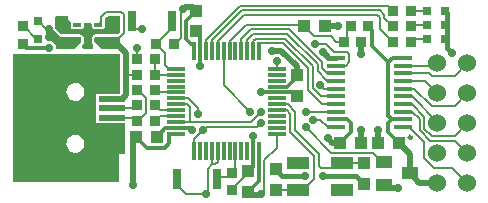
<source format=gbr>
%TF.GenerationSoftware,KiCad,Pcbnew,(6.0.7)*%
%TF.CreationDate,2022-09-08T11:38:00+02:00*%
%TF.ProjectId,blackmagic_richardeoin,626c6163-6b6d-4616-9769-635f72696368,rev?*%
%TF.SameCoordinates,Original*%
%TF.FileFunction,Copper,L1,Top*%
%TF.FilePolarity,Positive*%
%FSLAX46Y46*%
G04 Gerber Fmt 4.6, Leading zero omitted, Abs format (unit mm)*
G04 Created by KiCad (PCBNEW (6.0.7)) date 2022-09-08 11:38:00*
%MOMM*%
%LPD*%
G01*
G04 APERTURE LIST*
%TA.AperFunction,NonConductor*%
%ADD10C,0.300000*%
%TD*%
%TA.AperFunction,SMDPad,CuDef*%
%ADD11R,1.500000X0.300000*%
%TD*%
%TA.AperFunction,SMDPad,CuDef*%
%ADD12R,0.300000X1.500000*%
%TD*%
%TA.AperFunction,SMDPad,CuDef*%
%ADD13R,1.400000X1.000000*%
%TD*%
%TA.AperFunction,SMDPad,CuDef*%
%ADD14R,0.900000X0.900000*%
%TD*%
%TA.AperFunction,SMDPad,CuDef*%
%ADD15R,2.308000X0.500000*%
%TD*%
%TA.AperFunction,SMDPad,CuDef*%
%ADD16R,2.400000X2.000000*%
%TD*%
%TA.AperFunction,SMDPad,CuDef*%
%ADD17R,0.800000X1.700000*%
%TD*%
%TA.AperFunction,SMDPad,CuDef*%
%ADD18R,1.600000X0.350000*%
%TD*%
%TA.AperFunction,SMDPad,CuDef*%
%ADD19R,1.050000X1.080000*%
%TD*%
%TA.AperFunction,SMDPad,CuDef*%
%ADD20R,1.900000X1.100000*%
%TD*%
%TA.AperFunction,SMDPad,CuDef*%
%ADD21R,1.080000X1.050000*%
%TD*%
%TA.AperFunction,SMDPad,CuDef*%
%ADD22R,0.800000X0.800000*%
%TD*%
%TA.AperFunction,SMDPad,CuDef*%
%ADD23R,0.700000X0.350000*%
%TD*%
%TA.AperFunction,ComponentPad*%
%ADD24C,1.524000*%
%TD*%
%TA.AperFunction,ViaPad*%
%ADD25C,0.700000*%
%TD*%
%TA.AperFunction,Conductor*%
%ADD26C,0.200000*%
%TD*%
%TA.AperFunction,Conductor*%
%ADD27C,0.250000*%
%TD*%
%TA.AperFunction,Conductor*%
%ADD28C,0.400000*%
%TD*%
%TA.AperFunction,Conductor*%
%ADD29C,0.300000*%
%TD*%
%TA.AperFunction,Conductor*%
%ADD30C,0.500000*%
%TD*%
%TA.AperFunction,Conductor*%
%ADD31C,0.350000*%
%TD*%
G04 APERTURE END LIST*
D10*
X161951100Y-108053600D02*
G75*
G03*
X161951100Y-108053600I-100000J0D01*
G01*
D11*
%TO.P,IC1,1*%
%TO.N,3.3V*%
X150551100Y-107753600D03*
%TO.P,IC1,2*%
%TO.N,N/C*%
X150551100Y-107253600D03*
%TO.P,IC1,3*%
X150551100Y-106753600D03*
%TO.P,IC1,4*%
X150551100Y-106253600D03*
%TO.P,IC1,5*%
%TO.N,OSC_IN*%
X150551100Y-105753600D03*
%TO.P,IC1,6*%
%TO.N,LPC_XTAL2*%
X150551100Y-105253600D03*
%TO.P,IC1,7*%
%TO.N,N/C*%
X150551100Y-104753600D03*
%TO.P,IC1,8*%
%TO.N,GND*%
X150551100Y-104253600D03*
%TO.P,IC1,9*%
%TO.N,3.3V*%
X150551100Y-103753600D03*
%TO.P,IC1,10*%
%TO.N,N/C*%
X150551100Y-103253600D03*
%TO.P,IC1,11*%
X150551100Y-102753600D03*
%TO.P,IC1,12*%
%TO.N,RST*%
X150551100Y-102253600D03*
D12*
%TO.P,IC1,13*%
%TO.N,TDI*%
X149051100Y-100753600D03*
%TO.P,IC1,14*%
%TO.N,TMS*%
X148551100Y-100753600D03*
%TO.P,IC1,15*%
%TO.N,TCK*%
X148051100Y-100753600D03*
%TO.P,IC1,16*%
%TO.N,TDO*%
X147551100Y-100753600D03*
%TO.P,IC1,17*%
%TO.N,N/C*%
X147051100Y-100753600D03*
%TO.P,IC1,18*%
%TO.N,TARGET_POWER_ADC*%
X146551100Y-100753600D03*
%TO.P,IC1,19*%
%TO.N,PWR_BR*%
X146051100Y-100753600D03*
%TO.P,IC1,20*%
%TO.N,LED0*%
X145551100Y-100753600D03*
%TO.P,IC1,21*%
%TO.N,LED1*%
X145051100Y-100753600D03*
%TO.P,IC1,22*%
%TO.N,LED2*%
X144551100Y-100753600D03*
%TO.P,IC1,23*%
%TO.N,GND*%
X144051100Y-100753600D03*
%TO.P,IC1,24*%
%TO.N,3.3V*%
X143551100Y-100753600D03*
D11*
%TO.P,IC1,25*%
%TO.N,FORCE_BOOTLOADER*%
X142051100Y-102253600D03*
%TO.P,IC1,26*%
%TO.N,VBUS*%
X142051100Y-102753600D03*
%TO.P,IC1,27*%
%TO.N,N/C*%
X142051100Y-103253600D03*
%TO.P,IC1,28*%
X142051100Y-103753600D03*
%TO.P,IC1,29*%
%TO.N,USB_ENUMERATE*%
X142051100Y-104253600D03*
%TO.P,IC1,30*%
%TO.N,TXD*%
X142051100Y-104753600D03*
%TO.P,IC1,31*%
%TO.N,RXD*%
X142051100Y-105253600D03*
%TO.P,IC1,32*%
%TO.N,USB_DM*%
X142051100Y-105753600D03*
%TO.P,IC1,33*%
%TO.N,USB_DP*%
X142051100Y-106253600D03*
%TO.P,IC1,34*%
%TO.N,RXD*%
X142051100Y-106753600D03*
%TO.P,IC1,35*%
%TO.N,GND*%
X142051100Y-107253600D03*
%TO.P,IC1,36*%
%TO.N,3.3V*%
X142051100Y-107753600D03*
D12*
%TO.P,IC1,37*%
%TO.N,TXD*%
X143551100Y-109253600D03*
%TO.P,IC1,38*%
%TO.N,N/C*%
X144051100Y-109253600D03*
%TO.P,IC1,39*%
X144551100Y-109253600D03*
%TO.P,IC1,40*%
%TO.N,3.3V*%
X145051100Y-109253600D03*
%TO.P,IC1,41*%
X145551100Y-109253600D03*
%TO.P,IC1,42*%
%TO.N,N/C*%
X146051100Y-109253600D03*
%TO.P,IC1,43*%
X146551100Y-109253600D03*
%TO.P,IC1,44*%
%TO.N,BOOT0*%
X147051100Y-109253600D03*
%TO.P,IC1,45*%
%TO.N,N/C*%
X147551100Y-109253600D03*
%TO.P,IC1,46*%
X148051100Y-109253600D03*
%TO.P,IC1,47*%
%TO.N,GND*%
X148551100Y-109253600D03*
%TO.P,IC1,48*%
%TO.N,3.3V*%
X149051100Y-109253600D03*
%TD*%
D13*
%TO.P,Q1,1*%
%TO.N,PWR_BR*%
X159601100Y-110153600D03*
%TO.P,Q1,2*%
%TO.N,3.3V*%
X159601100Y-112053600D03*
%TO.P,Q1,3*%
%TO.N,T_PWR*%
X161801100Y-111103600D03*
%TD*%
D14*
%TO.P,R4,1*%
%TO.N,GND*%
X138751100Y-101453600D03*
%TO.P,R4,2*%
%TO.N,VBUS*%
X140251100Y-101453600D03*
%TD*%
D15*
%TO.P,CN1,D+*%
%TO.N,D+*%
X136565100Y-106403600D03*
%TO.P,CN1,D-*%
%TO.N,D-*%
X136565100Y-105603600D03*
%TO.P,CN1,GND*%
%TO.N,GND*%
X136565100Y-108003600D03*
D16*
%TO.P,CN1,GND1*%
X130501100Y-102003600D03*
%TO.P,CN1,GND2*%
X136001100Y-102003600D03*
%TO.P,CN1,GND3*%
X136001100Y-110803600D03*
%TO.P,CN1,GND4*%
X130501100Y-110803600D03*
D15*
%TO.P,CN1,ID*%
X136565100Y-107203600D03*
%TO.P,CN1,VBUS*%
%TO.N,5.0V*%
X136565100Y-104803600D03*
%TD*%
D14*
%TO.P,R1,1*%
%TO.N,USB_DP*%
X140251100Y-106653600D03*
%TO.P,R1,2*%
%TO.N,D+*%
X138751100Y-106653600D03*
%TD*%
%TO.P,R2,1*%
%TO.N,USB_DM*%
X140251100Y-105353600D03*
%TO.P,R2,2*%
%TO.N,D-*%
X138751100Y-105353600D03*
%TD*%
%TO.P,R5,1*%
%TO.N,VBUS*%
X140251100Y-102753600D03*
%TO.P,R5,2*%
%TO.N,5.0V*%
X138751100Y-102753600D03*
%TD*%
%TO.P,R3,1*%
%TO.N,USB_ENUMERATE*%
X140251100Y-104053600D03*
%TO.P,R3,2*%
%TO.N,D+*%
X138751100Y-104053600D03*
%TD*%
D17*
%TO.P,BTN1,1*%
%TO.N,FORCE_BOOTLOADER*%
X141701100Y-98203600D03*
%TO.P,BTN1,2*%
%TO.N,GND*%
X138301100Y-98203600D03*
%TD*%
D14*
%TO.P,R6,1*%
%TO.N,FORCE_BOOTLOADER*%
X140351100Y-100153600D03*
%TO.P,R6,2*%
%TO.N,3.3V*%
X141851100Y-100153600D03*
%TD*%
D18*
%TO.P,IC2,1*%
%TO.N,T_TXD*%
X161201100Y-107178600D03*
%TO.P,IC2,2*%
%TO.N,T_PWR*%
X161201100Y-106528600D03*
%TO.P,IC2,3*%
%TO.N,T_RXD*%
X161201100Y-105878600D03*
%TO.P,IC2,4*%
%TO.N,TARGET_TDI*%
X161201100Y-105228600D03*
%TO.P,IC2,5*%
%TO.N,TARGET_TMS*%
X161201100Y-104578600D03*
%TO.P,IC2,6*%
%TO.N,TARGET_TRST*%
X161201100Y-103928600D03*
%TO.P,IC2,7*%
%TO.N,TARGET_TCK*%
X161201100Y-103278600D03*
%TO.P,IC2,8*%
%TO.N,TARGET_TDO*%
X161201100Y-102628600D03*
%TO.P,IC2,9*%
%TO.N,TARGET_RST*%
X161201100Y-101978600D03*
%TO.P,IC2,10*%
%TO.N,T_PWR*%
X161201100Y-101328600D03*
%TO.P,IC2,11*%
%TO.N,GND*%
X155601100Y-101328600D03*
%TO.P,IC2,12*%
%TO.N,RST*%
X155601100Y-101978600D03*
%TO.P,IC2,13*%
%TO.N,TDO*%
X155601100Y-102628600D03*
%TO.P,IC2,14*%
%TO.N,TCK*%
X155601100Y-103278600D03*
%TO.P,IC2,15*%
%TO.N,TRST*%
X155601100Y-103928600D03*
%TO.P,IC2,16*%
%TO.N,TMS*%
X155601100Y-104578600D03*
%TO.P,IC2,17*%
%TO.N,TDI*%
X155601100Y-105228600D03*
%TO.P,IC2,18*%
%TO.N,RXD*%
X155601100Y-105878600D03*
%TO.P,IC2,19*%
%TO.N,3.3V*%
X155601100Y-106528600D03*
%TO.P,IC2,20*%
%TO.N,TXD*%
X155601100Y-107178600D03*
%TD*%
D14*
%TO.P,R7,1*%
%TO.N,GND*%
X157701100Y-100003600D03*
%TO.P,R7,2*%
%TO.N,TARGET_POWER_ADC*%
X156201100Y-100003600D03*
%TD*%
%TO.P,R8,1*%
%TO.N,TARGET_POWER_ADC*%
X156801100Y-98653600D03*
%TO.P,R8,2*%
%TO.N,T_PWR*%
X158301100Y-98653600D03*
%TD*%
D19*
%TO.P,C9,1*%
%TO.N,TARGET_POWER_ADC*%
X152876100Y-98653600D03*
%TO.P,C9,2*%
%TO.N,GND*%
X154626100Y-98653600D03*
%TD*%
D20*
%TO.P,Y1,1*%
%TO.N,LPC_XTAL2*%
X156051100Y-110203600D03*
%TO.P,Y1,2*%
%TO.N,N/C*%
X152351100Y-110203600D03*
%TO.P,Y1,3*%
%TO.N,OSC_IN*%
X152351100Y-112503600D03*
%TO.P,Y1,4*%
%TO.N,N/C*%
X156051100Y-112503600D03*
%TD*%
D21*
%TO.P,C7,1*%
%TO.N,GND*%
X150451100Y-110728600D03*
%TO.P,C7,2*%
%TO.N,OSC_IN*%
X150451100Y-112478600D03*
%TD*%
%TO.P,C8,1*%
%TO.N,GND*%
X157951100Y-111978600D03*
%TO.P,C8,2*%
%TO.N,LPC_XTAL2*%
X157951100Y-110228600D03*
%TD*%
D22*
%TO.P,D2,A*%
%TO.N,N$2*%
X163301100Y-97353600D03*
%TO.P,D2,C*%
%TO.N,GND*%
X164801100Y-97353600D03*
%TD*%
D14*
%TO.P,R11,1*%
%TO.N,LED2*%
X160401100Y-97353600D03*
%TO.P,R11,2*%
%TO.N,N$2*%
X161901100Y-97353600D03*
%TD*%
D22*
%TO.P,D1,A*%
%TO.N,3.3V*%
X130301100Y-98203600D03*
%TO.P,D1,C*%
%TO.N,N$4*%
X130301100Y-99703600D03*
%TD*%
D14*
%TO.P,R10,1*%
%TO.N,N$4*%
X129051100Y-98653600D03*
%TO.P,R10,2*%
%TO.N,GND*%
X129051100Y-100153600D03*
%TD*%
D22*
%TO.P,D3,A*%
%TO.N,N$6*%
X163301100Y-98553600D03*
%TO.P,D3,C*%
%TO.N,GND*%
X164801100Y-98553600D03*
%TD*%
D14*
%TO.P,R12,1*%
%TO.N,LED1*%
X160401100Y-98653600D03*
%TO.P,R12,2*%
%TO.N,N$6*%
X161901100Y-98653600D03*
%TD*%
D22*
%TO.P,D4,A*%
%TO.N,N$8*%
X163301100Y-99753600D03*
%TO.P,D4,C*%
%TO.N,GND*%
X164801100Y-99753600D03*
%TD*%
D14*
%TO.P,R13,1*%
%TO.N,LED0*%
X160401100Y-99953600D03*
%TO.P,R13,2*%
%TO.N,N$8*%
X161901100Y-99953600D03*
%TD*%
D23*
%TO.P,IC3,1*%
%TO.N,5.0V*%
X135451100Y-99803600D03*
%TO.P,IC3,2*%
%TO.N,GND*%
X135451100Y-99153600D03*
%TO.P,IC3,3*%
%TO.N,5.0V*%
X135451100Y-98503600D03*
%TO.P,IC3,4*%
%TO.N,N/C*%
X133651100Y-98503600D03*
%TO.P,IC3,5*%
%TO.N,3.3V*%
X133651100Y-99803600D03*
%TD*%
D21*
%TO.P,C1,1*%
%TO.N,5.0V*%
X136751100Y-100078600D03*
%TO.P,C1,2*%
%TO.N,GND*%
X136751100Y-98328600D03*
%TD*%
%TO.P,C2,1*%
%TO.N,3.3V*%
X132351100Y-100078600D03*
%TO.P,C2,2*%
%TO.N,GND*%
X132351100Y-98328600D03*
%TD*%
%TO.P,C3,1*%
%TO.N,3.3V*%
X152251100Y-102778600D03*
%TO.P,C3,2*%
%TO.N,GND*%
X152251100Y-104528600D03*
%TD*%
%TO.P,C4,1*%
%TO.N,3.3V*%
X143751100Y-97328600D03*
%TO.P,C4,2*%
%TO.N,GND*%
X143751100Y-99078600D03*
%TD*%
D19*
%TO.P,C5,1*%
%TO.N,3.3V*%
X138626100Y-108053600D03*
%TO.P,C5,2*%
%TO.N,GND*%
X140376100Y-108053600D03*
%TD*%
D17*
%TO.P,BTN2,1*%
%TO.N,BOOT0*%
X145501100Y-111603600D03*
%TO.P,BTN2,2*%
%TO.N,3.3V*%
X142101100Y-111603600D03*
%TD*%
D14*
%TO.P,R9,1*%
%TO.N,GND*%
X146751100Y-112553600D03*
%TO.P,R9,2*%
%TO.N,BOOT0*%
X146751100Y-111053600D03*
%TD*%
D24*
%TO.P,JP1,1*%
%TO.N,TARGET_RST*%
X164131100Y-101773600D03*
%TO.P,JP1,2*%
%TO.N,TARGET_TDO*%
X166671100Y-101773600D03*
%TO.P,JP1,3*%
%TO.N,TARGET_TCK*%
X164131100Y-104313600D03*
%TO.P,JP1,4*%
%TO.N,TARGET_TRST*%
X166671100Y-104313600D03*
%TO.P,JP1,5*%
%TO.N,TARGET_TMS*%
X164131100Y-106853600D03*
%TO.P,JP1,6*%
%TO.N,TARGET_TDI*%
X166671100Y-106853600D03*
%TO.P,JP1,7*%
%TO.N,GND*%
X164131100Y-109393600D03*
%TO.P,JP1,8*%
%TO.N,T_RXD*%
X166671100Y-109393600D03*
%TO.P,JP1,9*%
%TO.N,T_PWR*%
X164131100Y-111933600D03*
%TO.P,JP1,10*%
%TO.N,T_TXD*%
X166671100Y-111933600D03*
%TD*%
D21*
%TO.P,C6,1*%
%TO.N,3.3V*%
X148151100Y-112678600D03*
%TO.P,C6,2*%
%TO.N,GND*%
X148151100Y-110928600D03*
%TD*%
D19*
%TO.P,C10,1*%
%TO.N,3.3V*%
X155926100Y-108503600D03*
%TO.P,C10,2*%
%TO.N,GND*%
X157676100Y-108503600D03*
%TD*%
%TO.P,C11,1*%
%TO.N,T_PWR*%
X160876100Y-108503600D03*
%TO.P,C11,2*%
%TO.N,GND*%
X159126100Y-108503600D03*
%TD*%
D25*
%TO.N,TRST*%
X154251100Y-103628600D03*
%TO.N,GND*%
X138751100Y-100453600D03*
X139151100Y-98853600D03*
X130800000Y-109200000D03*
X157701100Y-101003600D03*
X134550000Y-98750000D03*
X165401100Y-100903600D03*
X143351100Y-107403600D03*
X135850000Y-108900000D03*
X155701100Y-98653600D03*
X136900000Y-103900000D03*
X144051100Y-102053600D03*
X134550000Y-100150000D03*
X136550000Y-108900000D03*
X154451100Y-100803600D03*
X131251100Y-100453600D03*
X152951100Y-111303600D03*
X134550000Y-99450000D03*
X157701100Y-107403600D03*
X132300000Y-111200000D03*
X148551100Y-107953600D03*
X137250000Y-108900000D03*
X134200000Y-101400000D03*
X130800000Y-103600000D03*
X154451100Y-111303600D03*
X149251100Y-104253600D03*
X134200000Y-111200000D03*
X132300000Y-101400000D03*
X159101100Y-107403600D03*
%TO.N,RST*%
X150601100Y-101553600D03*
X153801100Y-100153600D03*
%TO.N,PWR_BR*%
X153001100Y-107203600D03*
X148301100Y-105903600D03*
%TO.N,RXD*%
X153001100Y-105903600D03*
X149251100Y-105903600D03*
%TO.N,TXD*%
X143851100Y-106103600D03*
X149251100Y-106803600D03*
X144301100Y-107403600D03*
X153626100Y-106553600D03*
%TO.N,3.3V*%
X142651100Y-97153600D03*
X131251100Y-99553600D03*
X144551100Y-112853600D03*
X131251100Y-98853600D03*
X154851100Y-108103600D03*
X160851100Y-112303600D03*
X150151100Y-100753600D03*
X149251100Y-112853600D03*
X138351100Y-112053600D03*
%TD*%
D26*
%TO.N,TRST*%
X154551100Y-103928600D02*
X154251100Y-103628600D01*
X155601100Y-103928600D02*
X154551100Y-103928600D01*
D27*
%TO.N,GND*%
X130501100Y-110803600D02*
X130501100Y-109498900D01*
D28*
X165001100Y-100503600D02*
X165401100Y-100903600D01*
X157951100Y-111978600D02*
X157276100Y-111303600D01*
D27*
X130501100Y-102003600D02*
X130501100Y-103301100D01*
X136550000Y-108900000D02*
X137250000Y-108900000D01*
X130501100Y-110803600D02*
X130897500Y-111200000D01*
D26*
X148151100Y-111053600D02*
X148151100Y-110928600D01*
D28*
X150451100Y-110728600D02*
X151026100Y-111303600D01*
D29*
X144051100Y-100753600D02*
X144051100Y-99378600D01*
D27*
X136565100Y-108884900D02*
X136550000Y-108900000D01*
X130897500Y-111200000D02*
X132300000Y-111200000D01*
D26*
X146751100Y-112553600D02*
X146751100Y-112453600D01*
D29*
X144051100Y-102053600D02*
X144051100Y-100753600D01*
D27*
X136900000Y-102902500D02*
X136900000Y-103900000D01*
D29*
X142051100Y-107253600D02*
X141126100Y-107253600D01*
D27*
X134550000Y-99450000D02*
X134550000Y-98750000D01*
D28*
X159126100Y-108503600D02*
X159101100Y-108478600D01*
X165001100Y-99753600D02*
X165001100Y-100503600D01*
X165001100Y-98553600D02*
X165001100Y-99753600D01*
D27*
X130501100Y-102003600D02*
X131104700Y-101400000D01*
D28*
X165001100Y-97553600D02*
X165001100Y-98553600D01*
D27*
X136001100Y-102003600D02*
X136900000Y-102902500D01*
D28*
X157676100Y-108503600D02*
X157701100Y-108478600D01*
D29*
X143201100Y-107253600D02*
X143351100Y-107403600D01*
D27*
X130501100Y-103301100D02*
X130800000Y-103600000D01*
D29*
X150551100Y-104253600D02*
X151976100Y-104253600D01*
X140376100Y-108053600D02*
X140376100Y-108003600D01*
D28*
X164801100Y-98553600D02*
X165001100Y-98553600D01*
D27*
X136565100Y-108003600D02*
X136565100Y-108884900D01*
D29*
X142051100Y-107253600D02*
X143201100Y-107253600D01*
X148551100Y-109253600D02*
X148551100Y-110528600D01*
D27*
X134846400Y-99153600D02*
X134550000Y-99450000D01*
X136550000Y-108900000D02*
X135850000Y-108900000D01*
D30*
X157701100Y-108478600D02*
X157701100Y-107403600D01*
D27*
X131104700Y-101400000D02*
X132300000Y-101400000D01*
D29*
X150551100Y-104253600D02*
X149251100Y-104253600D01*
X148551100Y-107953600D02*
X148551100Y-109253600D01*
D26*
X146751100Y-112453600D02*
X148151100Y-111053600D01*
D27*
X135397500Y-101400000D02*
X134200000Y-101400000D01*
D28*
X157276100Y-111303600D02*
X154451100Y-111303600D01*
D27*
X135604700Y-111200000D02*
X134200000Y-111200000D01*
D26*
X138751100Y-101453600D02*
X138751100Y-100453600D01*
X138301100Y-98853600D02*
X139151100Y-98853600D01*
D29*
X148551100Y-110528600D02*
X148151100Y-110928600D01*
D30*
X157701100Y-100003600D02*
X157701100Y-101003600D01*
D27*
X134550000Y-99450000D02*
X134550000Y-100150000D01*
D29*
X151976100Y-104253600D02*
X152251100Y-104528600D01*
X129351100Y-100453600D02*
X131251100Y-100453600D01*
D30*
X159101100Y-108478600D02*
X159101100Y-107403600D01*
D26*
X138301100Y-98203600D02*
X138301100Y-98853600D01*
D27*
X130501100Y-109498900D02*
X130800000Y-109200000D01*
D28*
X154926100Y-101328600D02*
X155601100Y-101328600D01*
D30*
X154626100Y-98653600D02*
X155701100Y-98653600D01*
D27*
X135451100Y-99153600D02*
X134846400Y-99153600D01*
D29*
X140376100Y-108003600D02*
X141126100Y-107253600D01*
D28*
X151026100Y-111303600D02*
X152951100Y-111303600D01*
D29*
X144051100Y-99378600D02*
X143751100Y-99078600D01*
D28*
X154926100Y-101278600D02*
X154926100Y-101328600D01*
X164801100Y-99753600D02*
X165001100Y-99753600D01*
D29*
X129051100Y-100153600D02*
X129351100Y-100453600D01*
D27*
X136001100Y-110803600D02*
X135604700Y-111200000D01*
D28*
X164801100Y-97353600D02*
X165001100Y-97553600D01*
D27*
X136001100Y-102003600D02*
X135397500Y-101400000D01*
D30*
X154926100Y-101278600D02*
X154451100Y-100803600D01*
D26*
%TO.N,OSC_IN*%
X153701100Y-109603600D02*
X153701100Y-111553600D01*
X152751100Y-112503600D02*
X152351100Y-112503600D01*
X150551100Y-105753600D02*
X151401100Y-105753600D01*
X151701100Y-106053600D02*
X151701100Y-107603600D01*
X150451100Y-112478600D02*
X150476100Y-112503600D01*
X150476100Y-112503600D02*
X152351100Y-112503600D01*
X153701100Y-111553600D02*
X152751100Y-112503600D01*
X151701100Y-107603600D02*
X153701100Y-109603600D01*
X151401100Y-105753600D02*
X151701100Y-106053600D01*
%TO.N,USB_ENUMERATE*%
X142051100Y-104253600D02*
X140451100Y-104253600D01*
X140451100Y-104253600D02*
X140251100Y-104053600D01*
%TO.N,USB_DM*%
X142051100Y-105753600D02*
X140651100Y-105753600D01*
X140651100Y-105753600D02*
X140251100Y-105353600D01*
%TO.N,USB_DP*%
X140651100Y-106253600D02*
X140251100Y-106653600D01*
X142051100Y-106253600D02*
X140651100Y-106253600D01*
%TO.N,LED2*%
X147426100Y-96903600D02*
X159951100Y-96903600D01*
X159951100Y-96903600D02*
X160401100Y-97353600D01*
X147426100Y-96903600D02*
X144551100Y-99778600D01*
X144551100Y-100753600D02*
X144551100Y-99778600D01*
%TO.N,LED1*%
X160351100Y-98653600D02*
X160401100Y-98653600D01*
X145051100Y-100753600D02*
X145051100Y-99853600D01*
X147601100Y-97303600D02*
X145051100Y-99853600D01*
X159651100Y-97703600D02*
X159651100Y-97953600D01*
X159251100Y-97303600D02*
X159651100Y-97703600D01*
X147601100Y-97303600D02*
X159251100Y-97303600D01*
X159651100Y-97953600D02*
X160351100Y-98653600D01*
%TO.N,LED0*%
X145551100Y-100753600D02*
X145551100Y-99928600D01*
X159051100Y-97703600D02*
X159251100Y-97903600D01*
X147776100Y-97703600D02*
X159051100Y-97703600D01*
X159251100Y-97903600D02*
X159251100Y-98853600D01*
X147776100Y-97703600D02*
X145551100Y-99928600D01*
X160351100Y-99953600D02*
X160401100Y-99953600D01*
X159251100Y-98853600D02*
X160351100Y-99953600D01*
%TO.N,RST*%
X156701100Y-101003600D02*
X156501100Y-100803600D01*
X156501100Y-100803600D02*
X155401100Y-100803600D01*
X150551100Y-102253600D02*
X150601100Y-102253600D01*
X150601100Y-102253600D02*
X150601100Y-101553600D01*
X156701100Y-101003600D02*
X156701100Y-101653600D01*
X155401100Y-100803600D02*
X154751100Y-100153600D01*
X156376100Y-101978600D02*
X155601100Y-101978600D01*
X156701100Y-101653600D02*
X156376100Y-101978600D01*
X153801100Y-100153600D02*
X154751100Y-100153600D01*
%TO.N,TDI*%
X153201100Y-104078600D02*
X154351100Y-105228600D01*
X154351100Y-105228600D02*
X155601100Y-105228600D01*
X149051100Y-100103600D02*
X151101100Y-100103600D01*
X149051100Y-100753600D02*
X149051100Y-100103600D01*
X151101100Y-100103600D02*
X153201100Y-102203600D01*
X153201100Y-102203600D02*
X153201100Y-104078600D01*
%TO.N,TMS*%
X148551100Y-100753600D02*
X148551100Y-99903600D01*
X151276100Y-99703600D02*
X153601100Y-102028600D01*
X148551100Y-99903600D02*
X148751100Y-99703600D01*
X153601100Y-102028600D02*
X153601100Y-103903600D01*
X154276100Y-104578600D02*
X155601100Y-104578600D01*
X153601100Y-103903600D02*
X154276100Y-104578600D01*
X148751100Y-99703600D02*
X151276100Y-99703600D01*
%TO.N,TCK*%
X154826100Y-103278600D02*
X155601100Y-103278600D01*
X154001100Y-102453600D02*
X154826100Y-103278600D01*
X154001100Y-101853600D02*
X154001100Y-102453600D01*
X148576100Y-99303600D02*
X151451100Y-99303600D01*
X148051100Y-99828600D02*
X148576100Y-99303600D01*
X151451100Y-99303600D02*
X154001100Y-101853600D01*
X148051100Y-100753600D02*
X148051100Y-99828600D01*
%TO.N,TDO*%
X151626100Y-98903600D02*
X154401100Y-101678600D01*
X147551100Y-99753600D02*
X148401100Y-98903600D01*
X154826100Y-102628600D02*
X155601100Y-102628600D01*
X154401100Y-101678600D02*
X154401100Y-102203600D01*
X154401100Y-102203600D02*
X154826100Y-102628600D01*
X147551100Y-100753600D02*
X147551100Y-99753600D01*
X148401100Y-98903600D02*
X151626100Y-98903600D01*
%TO.N,PWR_BR*%
X159501100Y-110153600D02*
X159601100Y-110153600D01*
X146051100Y-103653600D02*
X148301100Y-105903600D01*
X155151100Y-109353600D02*
X153001100Y-107203600D01*
X158701100Y-109353600D02*
X159501100Y-110153600D01*
X146051100Y-100753600D02*
X146051100Y-103653600D01*
X155151100Y-109353600D02*
X158701100Y-109353600D01*
D31*
%TO.N,T_PWR*%
X161201100Y-106528600D02*
X160276100Y-106528600D01*
D30*
X162631100Y-111933600D02*
X164131100Y-111933600D01*
D29*
X160001100Y-101703600D02*
X158601100Y-100303600D01*
D31*
X160276100Y-106528600D02*
X160001100Y-106803600D01*
D29*
X160001100Y-106253600D02*
X160001100Y-101703600D01*
D31*
X160001100Y-107628600D02*
X160876100Y-108503600D01*
D30*
X161801100Y-109428600D02*
X161801100Y-111103600D01*
D29*
X160276100Y-106528600D02*
X160001100Y-106253600D01*
X158601100Y-100303600D02*
X158601100Y-98953600D01*
X160376100Y-101328600D02*
X161201100Y-101328600D01*
D30*
X160876100Y-108503600D02*
X161801100Y-109428600D01*
D31*
X160001100Y-106803600D02*
X160001100Y-107628600D01*
D29*
X160001100Y-101703600D02*
X160376100Y-101328600D01*
D30*
X161801100Y-111103600D02*
X162631100Y-111933600D01*
D29*
X158601100Y-98953600D02*
X158301100Y-98653600D01*
D26*
%TO.N,RXD*%
X142051100Y-105253600D02*
X142951100Y-105253600D01*
X143201100Y-106753600D02*
X148376100Y-106753600D01*
X153026100Y-105878600D02*
X153001100Y-105903600D01*
X148376100Y-106753600D02*
X149226100Y-105903600D01*
X143201100Y-105503600D02*
X143201100Y-106753600D01*
X142951100Y-105253600D02*
X143201100Y-105503600D01*
X142051100Y-106753600D02*
X143201100Y-106753600D01*
X149226100Y-105903600D02*
X149251100Y-105903600D01*
X153026100Y-105878600D02*
X155601100Y-105878600D01*
%TO.N,TXD*%
X154226100Y-106553600D02*
X154851100Y-107178600D01*
X148901100Y-107153600D02*
X149251100Y-106803600D01*
X143851100Y-105553600D02*
X143851100Y-106103600D01*
X143551100Y-108153600D02*
X144301100Y-107403600D01*
X144301100Y-107403600D02*
X144551100Y-107153600D01*
X154851100Y-107178600D02*
X155601100Y-107178600D01*
X143551100Y-109253600D02*
X143551100Y-108153600D01*
X153626100Y-106553600D02*
X154226100Y-106553600D01*
X142051100Y-104753600D02*
X143051100Y-104753600D01*
X144551100Y-107153600D02*
X148901100Y-107153600D01*
X143051100Y-104753600D02*
X143851100Y-105553600D01*
D30*
%TO.N,3.3V*%
X152251100Y-102053600D02*
X152251100Y-102778600D01*
X142651100Y-97153600D02*
X142751100Y-97053600D01*
D31*
X156801100Y-107628600D02*
X155926100Y-108503600D01*
D29*
X142851100Y-99753600D02*
X142851100Y-98228600D01*
D26*
X149501100Y-110003600D02*
X150551100Y-108953600D01*
X142851100Y-112853600D02*
X144551100Y-112853600D01*
D30*
X138351100Y-112048900D02*
X138351100Y-108328600D01*
D29*
X138626100Y-108053600D02*
X139526100Y-108953600D01*
D30*
X149151100Y-112953600D02*
X148426100Y-112953600D01*
D31*
X156526100Y-106528600D02*
X156801100Y-106803600D01*
D26*
X130401100Y-98203600D02*
X130301100Y-98203600D01*
D30*
X138350000Y-112050000D02*
X138351100Y-112048900D01*
D26*
X145051100Y-110353600D02*
X144701100Y-110703600D01*
D30*
X159601100Y-112053600D02*
X159851100Y-112303600D01*
D26*
X142101100Y-111603600D02*
X142101100Y-112103600D01*
D29*
X141051100Y-108953600D02*
X141451100Y-108553600D01*
D31*
X155601100Y-106528600D02*
X156526100Y-106528600D01*
D29*
X149051100Y-111778600D02*
X148151100Y-112678600D01*
D26*
X145551100Y-110153600D02*
X145351100Y-110353600D01*
D30*
X155926100Y-108503600D02*
X155251100Y-108503600D01*
X131251100Y-98953600D02*
X131251100Y-98853600D01*
D29*
X143551100Y-100303600D02*
X143551100Y-100753600D01*
D30*
X138351100Y-108328600D02*
X138626100Y-108053600D01*
D31*
X156801100Y-106803600D02*
X156801100Y-107628600D01*
D30*
X131501100Y-99553600D02*
X132026100Y-100078600D01*
X149251100Y-112853600D02*
X149151100Y-112953600D01*
D29*
X143251100Y-100153600D02*
X142851100Y-99753600D01*
X150551100Y-103753600D02*
X151451100Y-103753600D01*
D26*
X149501100Y-110003600D02*
X149501100Y-112603600D01*
D29*
X143401100Y-100153600D02*
X143551100Y-100303600D01*
D30*
X131251100Y-99553600D02*
X131251100Y-98953600D01*
D29*
X139526100Y-108953600D02*
X141051100Y-108953600D01*
D30*
X159851100Y-112303600D02*
X160851100Y-112303600D01*
D29*
X149051100Y-109253600D02*
X149051100Y-111778600D01*
D26*
X142401100Y-99603600D02*
X142401100Y-97403600D01*
X141851100Y-100153600D02*
X142401100Y-99603600D01*
D30*
X150951100Y-100753600D02*
X152251100Y-102053600D01*
D26*
X145351100Y-110353600D02*
X145051100Y-110353600D01*
X145551100Y-109253600D02*
X145551100Y-110153600D01*
X144701100Y-110703600D02*
X144701100Y-112703600D01*
D29*
X151451100Y-103753600D02*
X152251100Y-102953600D01*
D26*
X142101100Y-112103600D02*
X142851100Y-112853600D01*
D30*
X143476100Y-97053600D02*
X143751100Y-97328600D01*
D29*
X141601100Y-107753600D02*
X142051100Y-107753600D01*
X142851100Y-98228600D02*
X143751100Y-97328600D01*
X152251100Y-102953600D02*
X152251100Y-102778600D01*
D30*
X142751100Y-97053600D02*
X143476100Y-97053600D01*
D26*
X150551100Y-108953600D02*
X150551100Y-107753600D01*
X142401100Y-97403600D02*
X142651100Y-97153600D01*
D29*
X141451100Y-107903600D02*
X141601100Y-107753600D01*
X143401100Y-100153600D02*
X143251100Y-100153600D01*
D26*
X145051100Y-110353600D02*
X145051100Y-109253600D01*
D30*
X131251100Y-99553600D02*
X131501100Y-99553600D01*
X132026100Y-100078600D02*
X132351100Y-100078600D01*
X155251100Y-108503600D02*
X154851100Y-108103600D01*
X132351100Y-100053600D02*
X131251100Y-98953600D01*
X132351100Y-100078600D02*
X132351100Y-100053600D01*
D29*
X141451100Y-108553600D02*
X141451100Y-107903600D01*
D30*
X148426100Y-112953600D02*
X148151100Y-112678600D01*
X150151100Y-100753600D02*
X150951100Y-100753600D01*
D26*
X131051100Y-98853600D02*
X131251100Y-98853600D01*
X131051100Y-98853600D02*
X130401100Y-98203600D01*
X149501100Y-112603600D02*
X149251100Y-112853600D01*
X144701100Y-112703600D02*
X144551100Y-112853600D01*
%TO.N,D+*%
X138751100Y-106653600D02*
X138801100Y-106653600D01*
X138501100Y-106403600D02*
X138751100Y-106653600D01*
X138801100Y-104053600D02*
X139501100Y-104753600D01*
X136565100Y-106403600D02*
X138501100Y-106403600D01*
X138751100Y-104053600D02*
X138801100Y-104053600D01*
X139501100Y-104753600D02*
X139501100Y-105953600D01*
X138801100Y-106653600D02*
X139501100Y-105953600D01*
%TO.N,D-*%
X136565100Y-105603600D02*
X138501100Y-105603600D01*
X138501100Y-105603600D02*
X138751100Y-105353600D01*
D30*
%TO.N,5.0V*%
X136751100Y-100078600D02*
X136801100Y-100128600D01*
D26*
X135701100Y-98303600D02*
X135501100Y-98503600D01*
D30*
X137451100Y-104803600D02*
X136565100Y-104803600D01*
X137751100Y-102753600D02*
X137751100Y-100878600D01*
D26*
X135701100Y-97853600D02*
X135701100Y-98303600D01*
D30*
X136751100Y-100078600D02*
X136951100Y-100078600D01*
D26*
X137401100Y-97453600D02*
X136101100Y-97453600D01*
X137601100Y-97653600D02*
X137401100Y-97453600D01*
D30*
X136951100Y-100078600D02*
X137751100Y-100878600D01*
D26*
X136101100Y-97453600D02*
X135701100Y-97853600D01*
X136751100Y-100078600D02*
X137601100Y-99228600D01*
X135501100Y-98503600D02*
X135451100Y-98503600D01*
X137601100Y-99228600D02*
X137601100Y-97653600D01*
X138751100Y-102753600D02*
X137751100Y-102753600D01*
D30*
X137751100Y-102753600D02*
X137751100Y-104503600D01*
X137751100Y-104503600D02*
X137451100Y-104803600D01*
D26*
%TO.N,VBUS*%
X140251100Y-101453600D02*
X140251100Y-102753600D01*
X142051100Y-102753600D02*
X140251100Y-102753600D01*
%TO.N,FORCE_BOOTLOADER*%
X141101100Y-101903600D02*
X141101100Y-100903600D01*
X140351100Y-100153600D02*
X141701100Y-98803600D01*
X140351100Y-100153600D02*
X141101100Y-100903600D01*
X141701100Y-98803600D02*
X141701100Y-98203600D01*
X141451100Y-102253600D02*
X142051100Y-102253600D01*
X141101100Y-101903600D02*
X141451100Y-102253600D01*
%TO.N,TARGET_POWER_ADC*%
X153726100Y-99503600D02*
X155101100Y-99503600D01*
X146551100Y-100753600D02*
X146551100Y-99903600D01*
X155601100Y-100003600D02*
X155101100Y-99503600D01*
X153726100Y-99503600D02*
X152876100Y-98653600D01*
X152726100Y-98503600D02*
X152876100Y-98653600D01*
X156801100Y-98653600D02*
X156501100Y-98953600D01*
X147951100Y-98503600D02*
X152726100Y-98503600D01*
X146551100Y-99903600D02*
X147951100Y-98503600D01*
X156501100Y-98953600D02*
X156501100Y-99703600D01*
X156201100Y-100003600D02*
X155601100Y-100003600D01*
X156501100Y-99703600D02*
X156201100Y-100003600D01*
%TO.N,TARGET_TMS*%
X161201100Y-104578600D02*
X161976100Y-104578600D01*
X161976100Y-104578600D02*
X164131100Y-106733600D01*
X164131100Y-106733600D02*
X164131100Y-106853600D01*
%TO.N,TARGET_TCK*%
X163096100Y-103278600D02*
X164131100Y-104313600D01*
X161201100Y-103278600D02*
X163096100Y-103278600D01*
%TO.N,TARGET_TDO*%
X163654850Y-102837225D02*
X163446225Y-102628600D01*
X165607475Y-102837225D02*
X163654850Y-102837225D01*
X166671100Y-101773600D02*
X165607475Y-102837225D01*
X161201100Y-102628600D02*
X163446225Y-102628600D01*
%TO.N,TARGET_TDI*%
X161201100Y-105228600D02*
X161976100Y-105228600D01*
X166671100Y-106853600D02*
X165607475Y-107917225D01*
X163654850Y-107917225D02*
X163051600Y-107313975D01*
X165607475Y-107917225D02*
X163654850Y-107917225D01*
X163051600Y-106304100D02*
X163051600Y-107313975D01*
X161976100Y-105228600D02*
X163051600Y-106304100D01*
%TO.N,TARGET_RST*%
X163926100Y-101978600D02*
X164131100Y-101773600D01*
X161201100Y-101978600D02*
X163926100Y-101978600D01*
%TO.N,LPC_XTAL2*%
X150551100Y-105253600D02*
X151476100Y-105253600D01*
X157951100Y-110228600D02*
X157926100Y-110203600D01*
X157926100Y-110203600D02*
X156051100Y-110203600D01*
X154101100Y-109428600D02*
X154101100Y-110453600D01*
X152101100Y-105878600D02*
X152101100Y-107428600D01*
X151476100Y-105253600D02*
X152101100Y-105878600D01*
X152101100Y-107428600D02*
X154101100Y-109428600D01*
X155601100Y-110653600D02*
X156051100Y-110203600D01*
X154301100Y-110653600D02*
X155601100Y-110653600D01*
X154101100Y-110453600D02*
X154301100Y-110653600D01*
%TO.N,N$2*%
X161901100Y-97353600D02*
X163301100Y-97353600D01*
%TO.N,N$6*%
X162001100Y-98553600D02*
X163301100Y-98553600D01*
X161901100Y-98653600D02*
X162001100Y-98553600D01*
%TO.N,N$8*%
X162101100Y-99753600D02*
X163301100Y-99753600D01*
X161901100Y-99953600D02*
X162101100Y-99753600D01*
%TO.N,BOOT0*%
X145501100Y-111403600D02*
X145501100Y-111603600D01*
X147051100Y-110753600D02*
X146751100Y-111053600D01*
X147051100Y-109253600D02*
X147051100Y-110753600D01*
X146401100Y-111403600D02*
X145501100Y-111403600D01*
X146751100Y-111053600D02*
X146401100Y-111403600D01*
%TO.N,TARGET_TRST*%
X165607475Y-105377225D02*
X163654850Y-105377225D01*
X161201100Y-103928600D02*
X162206225Y-103928600D01*
X166671100Y-104313600D02*
X165607475Y-105377225D01*
X162206225Y-103928600D02*
X163654850Y-105377225D01*
%TO.N,T_RXD*%
X161201100Y-105878600D02*
X161976100Y-105878600D01*
X165607475Y-108329975D02*
X163496100Y-108329975D01*
X166671100Y-109393600D02*
X165607475Y-108329975D01*
X163496100Y-108329975D02*
X162638850Y-107472725D01*
X161976100Y-105878600D02*
X162638850Y-106541350D01*
X162638850Y-106541350D02*
X162638850Y-107472725D01*
%TO.N,T_TXD*%
X166671100Y-111933600D02*
X165401100Y-110663600D01*
X161773225Y-107178600D02*
X163051600Y-108456975D01*
X163892975Y-110663600D02*
X163051600Y-109822225D01*
X163051600Y-109822225D02*
X163051600Y-108456975D01*
X165401100Y-110663600D02*
X163892975Y-110663600D01*
X161201100Y-107178600D02*
X161773225Y-107178600D01*
%TO.N,N$4*%
X130201100Y-99703600D02*
X129151100Y-98653600D01*
X129151100Y-98653600D02*
X129051100Y-98653600D01*
X130301100Y-99703600D02*
X130201100Y-99703600D01*
%TD*%
%TA.AperFunction,Conductor*%
%TO.N,3.3V*%
G36*
X133959191Y-99568907D02*
G01*
X133995155Y-99618407D01*
X134000000Y-99649000D01*
X134000000Y-99933992D01*
X133981093Y-99992183D01*
X133971004Y-100003996D01*
X133403996Y-100571004D01*
X133349479Y-100598781D01*
X133333992Y-100600000D01*
X131924000Y-100600000D01*
X131865809Y-100581093D01*
X131829845Y-100531593D01*
X131825000Y-100501000D01*
X131825000Y-99649000D01*
X131843907Y-99590809D01*
X131893407Y-99554845D01*
X131924000Y-99550000D01*
X133901000Y-99550000D01*
X133959191Y-99568907D01*
G37*
%TD.AperFunction*%
%TD*%
%TA.AperFunction,Conductor*%
%TO.N,GND*%
G36*
X132667183Y-97818907D02*
G01*
X132678996Y-97828996D01*
X133073150Y-98223150D01*
X133100927Y-98277667D01*
X133101669Y-98302857D01*
X133101548Y-98304086D01*
X133100600Y-98308852D01*
X133100600Y-98698348D01*
X133112233Y-98756831D01*
X133156548Y-98823152D01*
X133222869Y-98867467D01*
X133232432Y-98869369D01*
X133232434Y-98869370D01*
X133255105Y-98873879D01*
X133281352Y-98879100D01*
X134020848Y-98879100D01*
X134047095Y-98873879D01*
X134069766Y-98869370D01*
X134069768Y-98869369D01*
X134079331Y-98867467D01*
X134145652Y-98823152D01*
X134189967Y-98756831D01*
X134201600Y-98698348D01*
X134201600Y-98499000D01*
X134220507Y-98440809D01*
X134270007Y-98404845D01*
X134300600Y-98400000D01*
X134801600Y-98400000D01*
X134859791Y-98418907D01*
X134895755Y-98468407D01*
X134900600Y-98499000D01*
X134900600Y-98698348D01*
X134912233Y-98756831D01*
X134956548Y-98823152D01*
X135022869Y-98867467D01*
X135032432Y-98869369D01*
X135032434Y-98869370D01*
X135055105Y-98873879D01*
X135081352Y-98879100D01*
X135820848Y-98879100D01*
X135847095Y-98873879D01*
X135869766Y-98869370D01*
X135869768Y-98869369D01*
X135879331Y-98867467D01*
X135945652Y-98823152D01*
X135989967Y-98756831D01*
X136001600Y-98698348D01*
X136001600Y-98350515D01*
X136004275Y-98327656D01*
X136004330Y-98327426D01*
X136006440Y-98318534D01*
X136002504Y-98289612D01*
X136001600Y-98276263D01*
X136001600Y-98039408D01*
X136020507Y-97981217D01*
X136030596Y-97969404D01*
X136171004Y-97828996D01*
X136225521Y-97801219D01*
X136241008Y-97800000D01*
X137201000Y-97800000D01*
X137259191Y-97818907D01*
X137295155Y-97868407D01*
X137300000Y-97899000D01*
X137300000Y-99063721D01*
X137281093Y-99121912D01*
X137271004Y-99133725D01*
X137089225Y-99315504D01*
X137034708Y-99343281D01*
X137019221Y-99344500D01*
X135199000Y-99344500D01*
X135181317Y-99345892D01*
X135168796Y-99346877D01*
X135168788Y-99346878D01*
X135166856Y-99347030D01*
X135158799Y-99348306D01*
X135155799Y-99348781D01*
X135140314Y-99350000D01*
X135000000Y-99350000D01*
X135000000Y-99379317D01*
X134981093Y-99437508D01*
X134976998Y-99442763D01*
X134976243Y-99443668D01*
X134970372Y-99448797D01*
X134923464Y-99527307D01*
X134921746Y-99532596D01*
X134920638Y-99535034D01*
X134920592Y-99535160D01*
X134917650Y-99542261D01*
X134912233Y-99550369D01*
X134910331Y-99559932D01*
X134907431Y-99574509D01*
X134906598Y-99578305D01*
X134905761Y-99581792D01*
X134904557Y-99585498D01*
X134903948Y-99589343D01*
X134903946Y-99589352D01*
X134902171Y-99600559D01*
X134901558Y-99603999D01*
X134901550Y-99604075D01*
X134900601Y-99608848D01*
X134899754Y-99608679D01*
X134899071Y-99610241D01*
X134900600Y-99610483D01*
X134894500Y-99649000D01*
X134894500Y-99933992D01*
X134894537Y-99934924D01*
X134894537Y-99934942D01*
X134894981Y-99946221D01*
X134895134Y-99950117D01*
X134896353Y-99965604D01*
X134897674Y-99970286D01*
X134898528Y-99975070D01*
X134897946Y-99975174D01*
X134899814Y-99988676D01*
X134900123Y-99988646D01*
X134900600Y-99993488D01*
X134900600Y-99998348D01*
X134912233Y-100056831D01*
X134933270Y-100088314D01*
X134951131Y-100115046D01*
X134951133Y-100115048D01*
X134956548Y-100123152D01*
X134964653Y-100128568D01*
X134971005Y-100134920D01*
X134998781Y-100189437D01*
X135000000Y-100204922D01*
X135000000Y-100501000D01*
X134981093Y-100559191D01*
X134931593Y-100595155D01*
X134901000Y-100600000D01*
X134199000Y-100600000D01*
X134140809Y-100581093D01*
X134104845Y-100531593D01*
X134100000Y-100501000D01*
X134100000Y-100206572D01*
X134118907Y-100148381D01*
X134131480Y-100136295D01*
X134130649Y-100135464D01*
X134137542Y-100128571D01*
X134145652Y-100123152D01*
X134189967Y-100056831D01*
X134201600Y-99998348D01*
X134201600Y-99966406D01*
X134202819Y-99950920D01*
X134204891Y-99937840D01*
X134204891Y-99937835D01*
X134205500Y-99933992D01*
X134205500Y-99649000D01*
X134202970Y-99616856D01*
X134198125Y-99586263D01*
X134196436Y-99582185D01*
X134195618Y-99578778D01*
X134191869Y-99559933D01*
X134191869Y-99559932D01*
X134189967Y-99550369D01*
X134177732Y-99532058D01*
X134168585Y-99514944D01*
X134163644Y-99503016D01*
X134161408Y-99497617D01*
X134125444Y-99448117D01*
X134123980Y-99446441D01*
X134122600Y-99444711D01*
X134123256Y-99444188D01*
X134100399Y-99390720D01*
X134100000Y-99381839D01*
X134100000Y-99350000D01*
X133943517Y-99350000D01*
X133928031Y-99348781D01*
X133904848Y-99345109D01*
X133904843Y-99345109D01*
X133901000Y-99344500D01*
X132320111Y-99344500D01*
X132261920Y-99325593D01*
X132250107Y-99315504D01*
X131832864Y-98898261D01*
X131804715Y-98841180D01*
X131800847Y-98811802D01*
X131800000Y-98798879D01*
X131800000Y-97899000D01*
X131818907Y-97840809D01*
X131868407Y-97804845D01*
X131899000Y-97800000D01*
X132608992Y-97800000D01*
X132667183Y-97818907D01*
G37*
%TD.AperFunction*%
%TD*%
%TA.AperFunction,Conductor*%
%TO.N,GND*%
G36*
X137252580Y-101018907D02*
G01*
X137264393Y-101028996D01*
X137271604Y-101036207D01*
X137299381Y-101090724D01*
X137300600Y-101106211D01*
X137300600Y-104254100D01*
X137281693Y-104312291D01*
X137232193Y-104348255D01*
X137201600Y-104353100D01*
X135391352Y-104353100D01*
X135365105Y-104358321D01*
X135342434Y-104362830D01*
X135342432Y-104362831D01*
X135332869Y-104364733D01*
X135266548Y-104409048D01*
X135222233Y-104475369D01*
X135210600Y-104533852D01*
X135210600Y-105073348D01*
X135222233Y-105131831D01*
X135233437Y-105148598D01*
X135250046Y-105207484D01*
X135233437Y-105258602D01*
X135222233Y-105275369D01*
X135210600Y-105333852D01*
X135210600Y-105873348D01*
X135222233Y-105931831D01*
X135233437Y-105948598D01*
X135250046Y-106007484D01*
X135233437Y-106058602D01*
X135222233Y-106075369D01*
X135210600Y-106133852D01*
X135210600Y-106673348D01*
X135222233Y-106731831D01*
X135266548Y-106798152D01*
X135332869Y-106842467D01*
X135342432Y-106844369D01*
X135342434Y-106844370D01*
X135365105Y-106848879D01*
X135391352Y-106854100D01*
X137626000Y-106854100D01*
X137684191Y-106873007D01*
X137720155Y-106922507D01*
X137725000Y-106953100D01*
X137725000Y-109401000D01*
X137706093Y-109459191D01*
X137656593Y-109495155D01*
X137626000Y-109500000D01*
X137225000Y-109500000D01*
X137225000Y-111726000D01*
X137206093Y-111784191D01*
X137156593Y-111820155D01*
X137126000Y-111825000D01*
X128300600Y-111825000D01*
X128242409Y-111806093D01*
X128206445Y-111756593D01*
X128201600Y-111726000D01*
X128201600Y-108644462D01*
X132746597Y-108644462D01*
X132776234Y-108816940D01*
X132844754Y-108977973D01*
X132948483Y-109118924D01*
X132952865Y-109122647D01*
X132952867Y-109122649D01*
X133024231Y-109183277D01*
X133081855Y-109232232D01*
X133161437Y-109272869D01*
X133232592Y-109309203D01*
X133232595Y-109309204D01*
X133237716Y-109311819D01*
X133243301Y-109313186D01*
X133243302Y-109313186D01*
X133403426Y-109352368D01*
X133403429Y-109352368D01*
X133407706Y-109353415D01*
X133412104Y-109353688D01*
X133412105Y-109353688D01*
X133417232Y-109354006D01*
X133417233Y-109354006D01*
X133418748Y-109354100D01*
X133544922Y-109354100D01*
X133550798Y-109353415D01*
X133559778Y-109352368D01*
X133674928Y-109338943D01*
X133680334Y-109336981D01*
X133680337Y-109336980D01*
X133834023Y-109281194D01*
X133839431Y-109279231D01*
X133844240Y-109276078D01*
X133844244Y-109276076D01*
X133980977Y-109186429D01*
X133985785Y-109183277D01*
X133989734Y-109179108D01*
X133989738Y-109179105D01*
X134102184Y-109060404D01*
X134106140Y-109056228D01*
X134194039Y-108904898D01*
X134244767Y-108737407D01*
X134255603Y-108562738D01*
X134225966Y-108390260D01*
X134157446Y-108229227D01*
X134053717Y-108088276D01*
X134049335Y-108084553D01*
X134049333Y-108084551D01*
X133924731Y-107978694D01*
X133924730Y-107978693D01*
X133920345Y-107974968D01*
X133834482Y-107931124D01*
X133769608Y-107897997D01*
X133769605Y-107897996D01*
X133764484Y-107895381D01*
X133758899Y-107894014D01*
X133758898Y-107894014D01*
X133598774Y-107854832D01*
X133598771Y-107854832D01*
X133594494Y-107853785D01*
X133590096Y-107853512D01*
X133590095Y-107853512D01*
X133584968Y-107853194D01*
X133584967Y-107853194D01*
X133583452Y-107853100D01*
X133457278Y-107853100D01*
X133454431Y-107853432D01*
X133454430Y-107853432D01*
X133443762Y-107854676D01*
X133327272Y-107868257D01*
X133321866Y-107870219D01*
X133321863Y-107870220D01*
X133245340Y-107897997D01*
X133162769Y-107927969D01*
X133157960Y-107931122D01*
X133157956Y-107931124D01*
X133066154Y-107991312D01*
X133016415Y-108023923D01*
X133012466Y-108028092D01*
X133012462Y-108028095D01*
X132903551Y-108143064D01*
X132896060Y-108150972D01*
X132808161Y-108302302D01*
X132757433Y-108469793D01*
X132746597Y-108644462D01*
X128201600Y-108644462D01*
X128201600Y-104244462D01*
X132746597Y-104244462D01*
X132776234Y-104416940D01*
X132844754Y-104577973D01*
X132948483Y-104718924D01*
X132952865Y-104722647D01*
X132952867Y-104722649D01*
X133024231Y-104783277D01*
X133081855Y-104832232D01*
X133161437Y-104872869D01*
X133232592Y-104909203D01*
X133232595Y-104909204D01*
X133237716Y-104911819D01*
X133243301Y-104913186D01*
X133243302Y-104913186D01*
X133403426Y-104952368D01*
X133403429Y-104952368D01*
X133407706Y-104953415D01*
X133412104Y-104953688D01*
X133412105Y-104953688D01*
X133417232Y-104954006D01*
X133417233Y-104954006D01*
X133418748Y-104954100D01*
X133544922Y-104954100D01*
X133550798Y-104953415D01*
X133559778Y-104952368D01*
X133674928Y-104938943D01*
X133680334Y-104936981D01*
X133680337Y-104936980D01*
X133834023Y-104881194D01*
X133839431Y-104879231D01*
X133844240Y-104876078D01*
X133844244Y-104876076D01*
X133980977Y-104786429D01*
X133985785Y-104783277D01*
X133989734Y-104779108D01*
X133989738Y-104779105D01*
X134102184Y-104660404D01*
X134106140Y-104656228D01*
X134111962Y-104646206D01*
X134191150Y-104509872D01*
X134191150Y-104509871D01*
X134194039Y-104504898D01*
X134240014Y-104353100D01*
X134243100Y-104342912D01*
X134243100Y-104342910D01*
X134244767Y-104337407D01*
X134255603Y-104162738D01*
X134225966Y-103990260D01*
X134157446Y-103829227D01*
X134053717Y-103688276D01*
X134049335Y-103684553D01*
X134049333Y-103684551D01*
X133924731Y-103578694D01*
X133924730Y-103578693D01*
X133920345Y-103574968D01*
X133834482Y-103531124D01*
X133769608Y-103497997D01*
X133769605Y-103497996D01*
X133764484Y-103495381D01*
X133758899Y-103494014D01*
X133758898Y-103494014D01*
X133598774Y-103454832D01*
X133598771Y-103454832D01*
X133594494Y-103453785D01*
X133590096Y-103453512D01*
X133590095Y-103453512D01*
X133584968Y-103453194D01*
X133584967Y-103453194D01*
X133583452Y-103453100D01*
X133457278Y-103453100D01*
X133454431Y-103453432D01*
X133454430Y-103453432D01*
X133443762Y-103454676D01*
X133327272Y-103468257D01*
X133321866Y-103470219D01*
X133321863Y-103470220D01*
X133245340Y-103497997D01*
X133162769Y-103527969D01*
X133157960Y-103531122D01*
X133157956Y-103531124D01*
X133066154Y-103591312D01*
X133016415Y-103623923D01*
X133012466Y-103628092D01*
X133012462Y-103628095D01*
X132903551Y-103743064D01*
X132896060Y-103750972D01*
X132808161Y-103902302D01*
X132757433Y-104069793D01*
X132746597Y-104244462D01*
X128201600Y-104244462D01*
X128201600Y-101099000D01*
X128220507Y-101040809D01*
X128270007Y-101004845D01*
X128300600Y-101000000D01*
X137194389Y-101000000D01*
X137252580Y-101018907D01*
G37*
%TD.AperFunction*%
%TD*%
%TA.AperFunction,Conductor*%
%TO.N,5.0V*%
G36*
X137234191Y-99568907D02*
G01*
X137270155Y-99618407D01*
X137275000Y-99649000D01*
X137275000Y-100501000D01*
X137256093Y-100559191D01*
X137206593Y-100595155D01*
X137176000Y-100600000D01*
X135766008Y-100600000D01*
X135707817Y-100581093D01*
X135696004Y-100571004D01*
X135128996Y-100003996D01*
X135101219Y-99949479D01*
X135100000Y-99933992D01*
X135100000Y-99649000D01*
X135118907Y-99590809D01*
X135168407Y-99554845D01*
X135199000Y-99550000D01*
X137176000Y-99550000D01*
X137234191Y-99568907D01*
G37*
%TD.AperFunction*%
%TD*%
M02*

</source>
